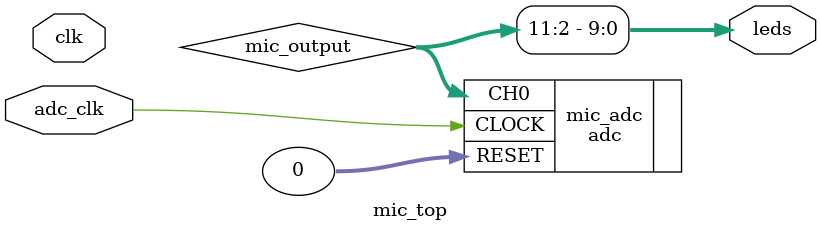
<source format=sv>
module mic_top(input clk, input adc_clk, output [9:0] leds);

	wire [11:0] mic_output;
	adc mic_adc(
		.CLOCK(adc_clk),
		.RESET(0),
		.CH0(mic_output)
	);
	
	assign leds = mic_output[11:2];

endmodule
</source>
